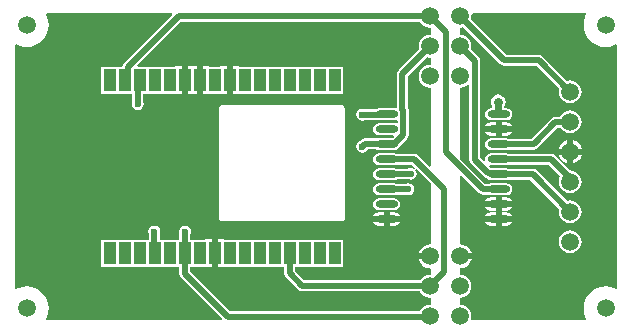
<source format=gtl>
G04*
G04 #@! TF.GenerationSoftware,Altium Limited,Altium Designer,19.1.8 (144)*
G04*
G04 Layer_Physical_Order=1*
G04 Layer_Color=255*
%FSLAX25Y25*%
%MOIN*%
G70*
G01*
G75*
%ADD12C,0.02362*%
%ADD18R,0.04213X0.07480*%
%ADD19O,0.07480X0.02362*%
%ADD24C,0.01968*%
%ADD25C,0.03150*%
%ADD26C,0.05906*%
%ADD27C,0.02362*%
G36*
X60328Y109774D02*
X44193Y93640D01*
X43799Y93049D01*
X43672Y92414D01*
X36464D01*
Y83334D01*
X47000D01*
Y80765D01*
X46953Y80694D01*
X46799Y79921D01*
X46953Y79148D01*
X47391Y78493D01*
X48046Y78055D01*
X48819Y77901D01*
X49592Y78055D01*
X50247Y78493D01*
X50685Y79148D01*
X50839Y79921D01*
X50685Y80694D01*
X50638Y80765D01*
Y83334D01*
X61264D01*
Y83134D01*
X63370D01*
Y87874D01*
Y92614D01*
X61264D01*
Y92414D01*
X48766D01*
X48575Y92876D01*
X63092Y107393D01*
X142912D01*
X142943Y107320D01*
X143544Y106536D01*
X144328Y105935D01*
X145241Y105556D01*
X146221Y105428D01*
X146457Y105220D01*
Y103205D01*
X146221Y102998D01*
X145241Y102869D01*
X144328Y102491D01*
X143544Y101889D01*
X142943Y101105D01*
X142564Y100192D01*
X142435Y99213D01*
X142564Y98233D01*
X142595Y98160D01*
X135722Y91286D01*
X135327Y90696D01*
X135189Y90000D01*
X135189Y90000D01*
Y78868D01*
X134689Y78488D01*
X134252Y78575D01*
X129134D01*
X128361Y78421D01*
X128025Y78197D01*
X124465D01*
X124395Y78244D01*
X123622Y78398D01*
X122849Y78244D01*
X122194Y77806D01*
X121756Y77151D01*
X121602Y76378D01*
X121756Y75605D01*
X122194Y74950D01*
X122849Y74512D01*
X123622Y74358D01*
X124395Y74512D01*
X124465Y74559D01*
X129016D01*
X129134Y74535D01*
X134252D01*
X134898Y74664D01*
X135398Y74383D01*
Y73728D01*
X134898Y73447D01*
X134252Y73575D01*
X129134D01*
X128361Y73421D01*
X127706Y72983D01*
X127268Y72328D01*
X127114Y71555D01*
X127268Y70782D01*
X127706Y70127D01*
X128361Y69689D01*
X129134Y69535D01*
X133952D01*
X134159Y69035D01*
X133699Y68575D01*
X129134D01*
X128504Y68450D01*
X124504D01*
X124504Y68450D01*
X123808Y68311D01*
X123218Y67917D01*
X123218Y67917D01*
X122932Y67631D01*
X122849Y67614D01*
X122194Y67176D01*
X121756Y66521D01*
X121602Y65748D01*
X121756Y64975D01*
X122194Y64320D01*
X122849Y63882D01*
X123622Y63728D01*
X124395Y63882D01*
X125050Y64320D01*
X125379Y64811D01*
X128178D01*
X128361Y64689D01*
X129134Y64535D01*
X134252D01*
X135025Y64689D01*
X135680Y65127D01*
X136118Y65782D01*
X136135Y65865D01*
X138504Y68234D01*
X138898Y68824D01*
X139037Y69520D01*
X139037Y69520D01*
Y77783D01*
X139037Y77783D01*
X138898Y78480D01*
X138827Y78586D01*
Y89246D01*
X145168Y95587D01*
X145241Y95556D01*
X146221Y95428D01*
X146457Y95220D01*
Y93205D01*
X146221Y92998D01*
X145241Y92869D01*
X144328Y92491D01*
X143544Y91889D01*
X142943Y91105D01*
X142564Y90192D01*
X142435Y89213D01*
X142564Y88233D01*
X142943Y87320D01*
X143544Y86536D01*
X144328Y85935D01*
X145241Y85556D01*
X146221Y85427D01*
X146457Y85220D01*
Y59285D01*
X145995Y59093D01*
X142247Y62841D01*
X141657Y63236D01*
X140960Y63374D01*
X140960Y63374D01*
X135095D01*
X135025Y63421D01*
X134252Y63575D01*
X129134D01*
X128361Y63421D01*
X127706Y62983D01*
X127268Y62328D01*
X127114Y61555D01*
X127268Y60782D01*
X127706Y60127D01*
X128361Y59689D01*
X129134Y59535D01*
X134252D01*
X135025Y59689D01*
X135095Y59736D01*
X140207D01*
X141277Y58666D01*
X140958Y58277D01*
X140537Y58559D01*
X139764Y58713D01*
X138991Y58559D01*
X138817Y58443D01*
X134915D01*
X134252Y58575D01*
X129134D01*
X128361Y58421D01*
X127706Y57983D01*
X127268Y57328D01*
X127114Y56555D01*
X127268Y55782D01*
X127706Y55127D01*
X128361Y54689D01*
X129134Y54535D01*
X134252D01*
X135025Y54689D01*
X135198Y54805D01*
X139101D01*
X139764Y54673D01*
X140537Y54827D01*
X141192Y55265D01*
X141630Y55920D01*
X141784Y56693D01*
X141630Y57466D01*
X141348Y57887D01*
X141737Y58206D01*
X146457Y53486D01*
Y33407D01*
X146221Y33200D01*
X145189Y33064D01*
X144227Y32665D01*
X143401Y32032D01*
X142768Y31206D01*
X142369Y30244D01*
X142365Y30213D01*
X146221D01*
Y28213D01*
X142365D01*
X142369Y28181D01*
X142768Y27219D01*
X143401Y26393D01*
X144227Y25760D01*
X145189Y25362D01*
X146221Y25226D01*
X146457Y25019D01*
Y23205D01*
X146221Y22998D01*
X145241Y22869D01*
X144328Y22491D01*
X143544Y21889D01*
X142947Y21111D01*
X104297D01*
X101189Y24218D01*
Y25696D01*
X117277D01*
Y34776D01*
X77477D01*
Y34976D01*
X75370D01*
Y30236D01*
Y25496D01*
X77477D01*
Y25696D01*
X97551D01*
Y23465D01*
X97551Y23465D01*
X97689Y22768D01*
X98084Y22178D01*
X102257Y18005D01*
X102257Y18005D01*
X102847Y17611D01*
X103543Y17472D01*
X103543Y17472D01*
X142879D01*
X142943Y17320D01*
X143544Y16536D01*
X144328Y15935D01*
X145241Y15556D01*
X146221Y15428D01*
X146457Y15220D01*
Y13205D01*
X146221Y12998D01*
X145241Y12869D01*
X144328Y12491D01*
X143544Y11889D01*
X142943Y11105D01*
X142847Y10874D01*
X85551Y10874D01*
X79494D01*
X66189Y24179D01*
Y25696D01*
X71264D01*
Y25496D01*
X73370D01*
Y30236D01*
Y34976D01*
X71264D01*
Y34776D01*
X66311D01*
Y36446D01*
X66433Y36629D01*
X66587Y37402D01*
X66433Y38175D01*
X65995Y38830D01*
X65340Y39268D01*
X64567Y39421D01*
X63794Y39268D01*
X63139Y38830D01*
X62701Y38175D01*
X62547Y37402D01*
X62672Y36771D01*
Y34776D01*
X56170D01*
Y36588D01*
X56197Y36629D01*
X56351Y37402D01*
X56197Y38175D01*
X55759Y38830D01*
X55104Y39268D01*
X54331Y39421D01*
X53558Y39268D01*
X52902Y38830D01*
X52465Y38175D01*
X52311Y37402D01*
X52465Y36629D01*
X52531Y36529D01*
Y34776D01*
X36464D01*
Y25696D01*
X62551D01*
Y23425D01*
X62551Y23425D01*
X62689Y22729D01*
X63084Y22139D01*
X76887Y8336D01*
X76695Y7874D01*
X18466D01*
X18209Y8303D01*
X18584Y9005D01*
X19002Y10381D01*
X19142Y11811D01*
X19002Y13241D01*
X18584Y14617D01*
X17907Y15884D01*
X16995Y16995D01*
X15884Y17907D01*
X14617Y18584D01*
X13241Y19002D01*
X11811Y19142D01*
X10381Y19002D01*
X9005Y18584D01*
X8303Y18209D01*
X7874Y18466D01*
Y99644D01*
X8303Y99901D01*
X9005Y99526D01*
X10381Y99109D01*
X11811Y98968D01*
X13241Y99109D01*
X14617Y99526D01*
X15884Y100203D01*
X16995Y101115D01*
X17907Y102226D01*
X18584Y103494D01*
X19002Y104869D01*
X19142Y106299D01*
X19002Y107729D01*
X18584Y109105D01*
X18209Y109807D01*
X18466Y110236D01*
X60136D01*
X60328Y109774D01*
D02*
G37*
G36*
X198327Y109807D02*
X197951Y109105D01*
X197534Y107729D01*
X197393Y106299D01*
X197534Y104869D01*
X197951Y103494D01*
X198629Y102226D01*
X199540Y101115D01*
X200651Y100203D01*
X201919Y99526D01*
X203294Y99109D01*
X204724Y98968D01*
X206155Y99109D01*
X207530Y99526D01*
X208232Y99901D01*
X208661Y99644D01*
Y18466D01*
X208232Y18209D01*
X207530Y18584D01*
X206155Y19002D01*
X204724Y19142D01*
X203294Y19002D01*
X201919Y18584D01*
X200651Y17907D01*
X199540Y16995D01*
X198629Y15884D01*
X197951Y14617D01*
X197534Y13241D01*
X197393Y11811D01*
X197534Y10381D01*
X197951Y9005D01*
X198327Y8303D01*
X198070Y7874D01*
X160203D01*
X159895Y8374D01*
X160006Y9213D01*
X159877Y10192D01*
X159499Y11105D01*
X158897Y11889D01*
X158113Y12491D01*
X157200Y12869D01*
X156299Y12987D01*
Y15438D01*
X157200Y15556D01*
X158113Y15935D01*
X158897Y16536D01*
X159499Y17320D01*
X159877Y18233D01*
X160006Y19213D01*
X159877Y20192D01*
X159499Y21105D01*
X158897Y21889D01*
X158113Y22491D01*
X157200Y22869D01*
X156299Y22987D01*
Y25236D01*
X157252Y25362D01*
X158214Y25760D01*
X159040Y26393D01*
X159673Y27219D01*
X160072Y28181D01*
X160076Y28213D01*
X156220D01*
Y30213D01*
X160076D01*
X160072Y30244D01*
X159673Y31206D01*
X159040Y32032D01*
X158214Y32665D01*
X157252Y33064D01*
X156299Y33189D01*
Y55829D01*
X156761Y56020D01*
X162513Y50269D01*
X163103Y49874D01*
X163799Y49736D01*
X163799Y49736D01*
X165692D01*
X165762Y49689D01*
X166535Y49535D01*
X171653D01*
X172426Y49689D01*
X173082Y50127D01*
X173520Y50782D01*
X173673Y51555D01*
X173520Y52328D01*
X173082Y52983D01*
X172426Y53421D01*
X171653Y53575D01*
X166535D01*
X165762Y53421D01*
X165692Y53374D01*
X164553D01*
X156299Y61628D01*
Y85438D01*
X157200Y85556D01*
X158113Y85935D01*
X158845Y86496D01*
X159313Y86395D01*
X159345Y86384D01*
Y61277D01*
X159345Y61277D01*
X159483Y60581D01*
X159878Y59991D01*
X164068Y55800D01*
X164068Y55800D01*
X164658Y55406D01*
X164961Y55346D01*
X165107Y55127D01*
X165762Y54689D01*
X166535Y54535D01*
X171653D01*
X172426Y54689D01*
X172497Y54736D01*
X179660D01*
X189288Y45108D01*
X189257Y45035D01*
X189128Y44055D01*
X189257Y43075D01*
X189635Y42162D01*
X190237Y41379D01*
X191021Y40777D01*
X191934Y40399D01*
X192913Y40270D01*
X193893Y40399D01*
X194806Y40777D01*
X195590Y41379D01*
X196191Y42162D01*
X196570Y43075D01*
X196698Y44055D01*
X196570Y45035D01*
X196191Y45948D01*
X195590Y46732D01*
X194806Y47333D01*
X193893Y47711D01*
X192913Y47840D01*
X191934Y47711D01*
X191860Y47681D01*
X181700Y57841D01*
X181110Y58236D01*
X180413Y58374D01*
X180413Y58374D01*
X172497D01*
X172426Y58421D01*
X171653Y58575D01*
X166881D01*
X166594Y58767D01*
X166197Y58846D01*
X166009Y59130D01*
X166278Y59586D01*
X166535Y59535D01*
X171653D01*
X172426Y59689D01*
X172497Y59736D01*
X185723D01*
X189599Y55860D01*
X189257Y55035D01*
X189128Y54055D01*
X189257Y53075D01*
X189635Y52162D01*
X190237Y51379D01*
X191021Y50777D01*
X191934Y50399D01*
X192913Y50270D01*
X193893Y50399D01*
X194806Y50777D01*
X195590Y51379D01*
X196191Y52162D01*
X196570Y53075D01*
X196698Y54055D01*
X196570Y55035D01*
X196191Y55948D01*
X195590Y56732D01*
X194806Y57333D01*
X193893Y57711D01*
X192913Y57840D01*
X192781Y57823D01*
X187763Y62841D01*
X187173Y63236D01*
X186476Y63374D01*
X186476Y63374D01*
X172497D01*
X172426Y63421D01*
X171653Y63575D01*
X166535D01*
X165762Y63421D01*
X165107Y62983D01*
X164669Y62328D01*
X164515Y61555D01*
X164602Y61118D01*
X164142Y60872D01*
X162983Y62030D01*
Y94269D01*
X162845Y94965D01*
X162450Y95555D01*
X162450Y95555D01*
X159846Y98160D01*
X159877Y98233D01*
X160006Y99213D01*
X159877Y100192D01*
X159499Y101105D01*
X158897Y101889D01*
X158113Y102491D01*
X157200Y102869D01*
X156299Y102987D01*
Y105438D01*
X157200Y105556D01*
X157273Y105587D01*
X169659Y93202D01*
X169659Y93202D01*
X170249Y92808D01*
X170945Y92669D01*
X170945Y92669D01*
X181727D01*
X189288Y85108D01*
X189257Y85035D01*
X189128Y84055D01*
X189257Y83075D01*
X189635Y82162D01*
X190237Y81379D01*
X191021Y80777D01*
X191934Y80399D01*
X192913Y80270D01*
X193893Y80399D01*
X194806Y80777D01*
X195590Y81379D01*
X196191Y82162D01*
X196570Y83075D01*
X196698Y84055D01*
X196570Y85035D01*
X196191Y85948D01*
X195590Y86732D01*
X194806Y87333D01*
X193893Y87711D01*
X192913Y87840D01*
X191934Y87711D01*
X191860Y87681D01*
X183767Y95775D01*
X183177Y96169D01*
X182480Y96307D01*
X182480Y96307D01*
X171698D01*
X159846Y108160D01*
X159877Y108233D01*
X160006Y109213D01*
X159937Y109736D01*
X160375Y110236D01*
X198070D01*
X198327Y109807D01*
D02*
G37*
%LPC*%
G36*
X78370Y92614D02*
X76264D01*
Y92414D01*
X72477D01*
Y92614D01*
X70370D01*
Y87874D01*
Y83134D01*
X72477D01*
Y83334D01*
X76264D01*
Y83134D01*
X78370D01*
Y87874D01*
Y92614D01*
D02*
G37*
G36*
X82477D02*
X80370D01*
Y87874D01*
Y83134D01*
X82477D01*
Y83334D01*
X117277D01*
Y92414D01*
X82477D01*
Y92614D01*
D02*
G37*
G36*
X68370D02*
X65370D01*
Y87874D01*
Y83134D01*
X68370D01*
Y87874D01*
Y92614D01*
D02*
G37*
G36*
X138976Y53595D02*
X138203Y53441D01*
X138118Y53384D01*
X135081D01*
X135025Y53421D01*
X134252Y53575D01*
X129134D01*
X128361Y53421D01*
X127706Y52983D01*
X127268Y52328D01*
X127114Y51555D01*
X127268Y50782D01*
X127706Y50127D01*
X128361Y49689D01*
X129134Y49535D01*
X134252D01*
X135025Y49689D01*
X135110Y49746D01*
X138148D01*
X138203Y49709D01*
X138976Y49555D01*
X139749Y49709D01*
X140405Y50147D01*
X140842Y50802D01*
X140996Y51575D01*
X140842Y52348D01*
X140405Y53003D01*
X139749Y53441D01*
X138976Y53595D01*
D02*
G37*
G36*
X134252Y48575D02*
X129134D01*
X128361Y48421D01*
X127706Y47983D01*
X127268Y47328D01*
X127114Y46555D01*
X127268Y45782D01*
X127706Y45127D01*
X128361Y44689D01*
X129134Y44535D01*
X134252D01*
X135025Y44689D01*
X135680Y45127D01*
X136118Y45782D01*
X136272Y46555D01*
X136118Y47328D01*
X135680Y47983D01*
X135025Y48421D01*
X134252Y48575D01*
D02*
G37*
G36*
Y43779D02*
X132693D01*
Y42555D01*
X136207D01*
X135825Y43128D01*
X135103Y43610D01*
X134252Y43779D01*
D02*
G37*
G36*
X130693D02*
X129134D01*
X128283Y43610D01*
X127561Y43128D01*
X127179Y42555D01*
X130693D01*
Y43779D01*
D02*
G37*
G36*
X116929Y79556D02*
X76772D01*
X76459Y79494D01*
X76195Y79317D01*
X76018Y79052D01*
X75956Y78740D01*
Y41732D01*
X76018Y41420D01*
X76195Y41155D01*
X76459Y40979D01*
X76772Y40917D01*
X116929D01*
X117241Y40979D01*
X117506Y41155D01*
X117683Y41420D01*
X117745Y41732D01*
Y78740D01*
X117683Y79052D01*
X117506Y79317D01*
X117241Y79494D01*
X116929Y79556D01*
D02*
G37*
G36*
X136207Y40555D02*
X132693D01*
Y39331D01*
X134252D01*
X135103Y39501D01*
X135825Y39983D01*
X136207Y40555D01*
D02*
G37*
G36*
X130693D02*
X127179D01*
X127561Y39983D01*
X128283Y39501D01*
X129134Y39331D01*
X130693D01*
Y40555D01*
D02*
G37*
G36*
X168898Y83130D02*
X167971Y82946D01*
X167185Y82421D01*
X166661Y81635D01*
X166476Y80709D01*
X166661Y79782D01*
X166976Y79310D01*
Y78575D01*
X166535D01*
X165762Y78421D01*
X165107Y77983D01*
X164669Y77328D01*
X164515Y76555D01*
X164669Y75782D01*
X165107Y75127D01*
X165762Y74689D01*
X166535Y74535D01*
X171653D01*
X172426Y74689D01*
X173082Y75127D01*
X173520Y75782D01*
X173673Y76555D01*
X173520Y77328D01*
X173082Y77983D01*
X172426Y78421D01*
X171653Y78575D01*
X171016D01*
Y79359D01*
X171233Y79684D01*
X171417Y80610D01*
X171233Y81537D01*
X170708Y82322D01*
X170610Y82421D01*
X169824Y82946D01*
X168898Y83130D01*
D02*
G37*
G36*
X171653Y73779D02*
X170095D01*
Y72555D01*
X173609D01*
X173226Y73128D01*
X172504Y73610D01*
X171653Y73779D01*
D02*
G37*
G36*
X168095D02*
X166535D01*
X165684Y73610D01*
X164963Y73128D01*
X164580Y72555D01*
X168095D01*
Y73779D01*
D02*
G37*
G36*
X192913Y77840D02*
X191934Y77711D01*
X191021Y77333D01*
X190237Y76732D01*
X189635Y75948D01*
X189515Y75658D01*
X188012D01*
X187316Y75519D01*
X186725Y75125D01*
X186725Y75125D01*
X179975Y68374D01*
X172497D01*
X172426Y68421D01*
X171653Y68575D01*
X166535D01*
X165762Y68421D01*
X165107Y67983D01*
X164669Y67328D01*
X164515Y66555D01*
X164669Y65782D01*
X165107Y65127D01*
X165762Y64689D01*
X166535Y64535D01*
X171653D01*
X172426Y64689D01*
X172497Y64736D01*
X180728D01*
X180728Y64736D01*
X181424Y64874D01*
X182015Y65269D01*
X188765Y72019D01*
X189745D01*
X190237Y71379D01*
X191021Y70777D01*
X191934Y70399D01*
X192913Y70270D01*
X193893Y70399D01*
X194806Y70777D01*
X195590Y71379D01*
X196191Y72162D01*
X196570Y73075D01*
X196698Y74055D01*
X196570Y75035D01*
X196191Y75948D01*
X195590Y76732D01*
X194806Y77333D01*
X193893Y77711D01*
X192913Y77840D01*
D02*
G37*
G36*
X173609Y70555D02*
X170095D01*
Y69331D01*
X171653D01*
X172504Y69501D01*
X173226Y69983D01*
X173609Y70555D01*
D02*
G37*
G36*
X168095D02*
X164580D01*
X164963Y69983D01*
X165684Y69501D01*
X166535Y69331D01*
X168095D01*
Y70555D01*
D02*
G37*
G36*
X193913Y67910D02*
Y65055D01*
X196769D01*
X196764Y65087D01*
X196366Y66049D01*
X195732Y66874D01*
X194907Y67508D01*
X193945Y67906D01*
X193913Y67910D01*
D02*
G37*
G36*
X191913D02*
X191882Y67906D01*
X190920Y67508D01*
X190094Y66874D01*
X189461Y66049D01*
X189062Y65087D01*
X189058Y65055D01*
X191913D01*
Y67910D01*
D02*
G37*
G36*
X196769Y63055D02*
X193913D01*
Y60200D01*
X193945Y60204D01*
X194907Y60602D01*
X195732Y61236D01*
X196366Y62062D01*
X196764Y63023D01*
X196769Y63055D01*
D02*
G37*
G36*
X191913D02*
X189058D01*
X189062Y63023D01*
X189461Y62062D01*
X190094Y61236D01*
X190920Y60602D01*
X191882Y60204D01*
X191913Y60200D01*
Y63055D01*
D02*
G37*
G36*
X171653Y48779D02*
X170095D01*
Y47555D01*
X173609D01*
X173226Y48128D01*
X172504Y48610D01*
X171653Y48779D01*
D02*
G37*
G36*
X168095D02*
X166535D01*
X165684Y48610D01*
X164963Y48128D01*
X164580Y47555D01*
X168095D01*
Y48779D01*
D02*
G37*
G36*
X173609Y45555D02*
X170095D01*
Y44331D01*
X171653D01*
X172504Y44501D01*
X173226Y44983D01*
X173609Y45555D01*
D02*
G37*
G36*
X168095D02*
X164580D01*
X164963Y44983D01*
X165684Y44501D01*
X166535Y44331D01*
X168095D01*
Y45555D01*
D02*
G37*
G36*
X171653Y43779D02*
X170095D01*
Y42555D01*
X173609D01*
X173226Y43128D01*
X172504Y43610D01*
X171653Y43779D01*
D02*
G37*
G36*
X168095D02*
X166535D01*
X165684Y43610D01*
X164963Y43128D01*
X164580Y42555D01*
X168095D01*
Y43779D01*
D02*
G37*
G36*
X173609Y40555D02*
X170095D01*
Y39331D01*
X171653D01*
X172504Y39501D01*
X173226Y39983D01*
X173609Y40555D01*
D02*
G37*
G36*
X168095D02*
X164580D01*
X164963Y39983D01*
X165684Y39501D01*
X166535Y39331D01*
X168095D01*
Y40555D01*
D02*
G37*
G36*
X192913Y37840D02*
X191934Y37711D01*
X191021Y37333D01*
X190237Y36732D01*
X189635Y35948D01*
X189257Y35035D01*
X189128Y34055D01*
X189257Y33075D01*
X189635Y32162D01*
X190237Y31379D01*
X191021Y30777D01*
X191934Y30399D01*
X192913Y30270D01*
X193893Y30399D01*
X194806Y30777D01*
X195590Y31379D01*
X196191Y32162D01*
X196570Y33075D01*
X196698Y34055D01*
X196570Y35035D01*
X196191Y35948D01*
X195590Y36732D01*
X194806Y37333D01*
X193893Y37711D01*
X192913Y37840D01*
D02*
G37*
%LPD*%
D12*
X168996Y76653D02*
Y80610D01*
D18*
X39370Y30236D02*
D03*
X84370D02*
D03*
X89370D02*
D03*
X94370D02*
D03*
X99370D02*
D03*
X104370D02*
D03*
X109370D02*
D03*
X114370D02*
D03*
Y87874D02*
D03*
X109370D02*
D03*
X104370D02*
D03*
X44370Y30236D02*
D03*
X99370Y87874D02*
D03*
X94370D02*
D03*
X89370D02*
D03*
X84370D02*
D03*
X79370D02*
D03*
X74370D02*
D03*
X69370D02*
D03*
X64370D02*
D03*
X59370D02*
D03*
X54370D02*
D03*
X49370Y30236D02*
D03*
Y87874D02*
D03*
X44370D02*
D03*
X39370D02*
D03*
X54370Y30236D02*
D03*
X59370D02*
D03*
X64370D02*
D03*
X69370D02*
D03*
X74370D02*
D03*
X79370D02*
D03*
D19*
X131693Y76555D02*
D03*
Y71555D02*
D03*
Y66555D02*
D03*
Y61555D02*
D03*
Y56555D02*
D03*
Y51555D02*
D03*
Y46555D02*
D03*
Y41555D02*
D03*
X169095Y76555D02*
D03*
Y71555D02*
D03*
Y66555D02*
D03*
Y61555D02*
D03*
Y56555D02*
D03*
Y51555D02*
D03*
Y46555D02*
D03*
Y41555D02*
D03*
D24*
X188012Y73839D02*
X192913D01*
X64492Y37326D02*
X64567Y37402D01*
X64492Y30358D02*
Y37326D01*
X64370Y30236D02*
X64492Y30358D01*
X138967Y51565D02*
X138976Y51575D01*
X131703Y51565D02*
X138967D01*
X131693Y51555D02*
X131703Y51565D01*
X182480Y94488D02*
X192913Y84055D01*
X169095Y61555D02*
X186476D01*
X192913Y55118D01*
X180413Y56555D02*
X192913Y44055D01*
X123622Y76378D02*
X131693D01*
X124504Y66630D02*
X134327D01*
X123622Y65748D02*
X124504Y66630D01*
X134327D02*
X137217Y69520D01*
X170945Y94488D02*
X182480D01*
X156220Y109213D02*
X170945Y94488D01*
X165354Y57087D02*
X165897D01*
X166429Y56555D01*
X169095D01*
X161164Y61277D02*
X165354Y57087D01*
X161164Y61277D02*
Y94269D01*
X156220Y99213D02*
X161164Y94269D01*
X163799Y51555D02*
X169095D01*
X151484Y63871D02*
X163799Y51555D01*
X151484Y63871D02*
Y103950D01*
X146221Y109213D02*
X151484Y103950D01*
X137217Y69520D02*
Y77783D01*
X137008Y77993D02*
X137217Y77783D01*
X137008Y77993D02*
Y90000D01*
X146221Y99213D01*
X45479Y92353D02*
X62390Y109264D01*
X62441Y109213D01*
X146221D01*
X169095Y56555D02*
X180413D01*
X180728Y66555D02*
X188012Y73839D01*
X169095Y66555D02*
X180728D01*
X103543Y19291D02*
X146221D01*
X131693Y61555D02*
X140960D01*
X150958Y51558D01*
Y23950D02*
Y51558D01*
X146221Y19213D02*
X150958Y23950D01*
X48819Y79921D02*
Y87874D01*
X139695Y56624D02*
X139764Y56693D01*
X45479Y88472D02*
Y92353D01*
X44882Y87874D02*
X45479Y88472D01*
X131762Y56624D02*
X139695D01*
X131693Y56555D02*
X131762Y56624D01*
X85551Y9055D02*
X146221Y9055D01*
X99370Y23465D02*
Y30236D01*
Y23465D02*
X103543Y19291D01*
X78740Y9055D02*
X85551D01*
X64370Y23425D02*
X78740Y9055D01*
X64370Y23425D02*
Y30236D01*
X54331Y37402D02*
X54350Y37382D01*
Y30256D02*
Y37382D01*
Y30256D02*
X54370Y30236D01*
D25*
X168898Y80709D02*
X168996Y80610D01*
D26*
X204724Y11811D02*
D03*
Y106299D02*
D03*
X11811D02*
D03*
X156220Y89213D02*
D03*
X146221D02*
D03*
X192913Y84055D02*
D03*
Y74055D02*
D03*
Y64055D02*
D03*
Y54055D02*
D03*
Y44055D02*
D03*
Y34055D02*
D03*
X156220Y29213D02*
D03*
X146221D02*
D03*
X156220Y109213D02*
D03*
X146221D02*
D03*
X156220Y9213D02*
D03*
X146221D02*
D03*
X156220Y19213D02*
D03*
X146221D02*
D03*
X156220Y99213D02*
D03*
X146221D02*
D03*
X11811Y11811D02*
D03*
D27*
X168898Y80709D02*
D03*
X123622Y76378D02*
D03*
Y65748D02*
D03*
X138976Y51575D02*
D03*
X139764Y56693D02*
D03*
X48819Y79921D02*
D03*
X54331Y37402D02*
D03*
X64567D02*
D03*
M02*

</source>
